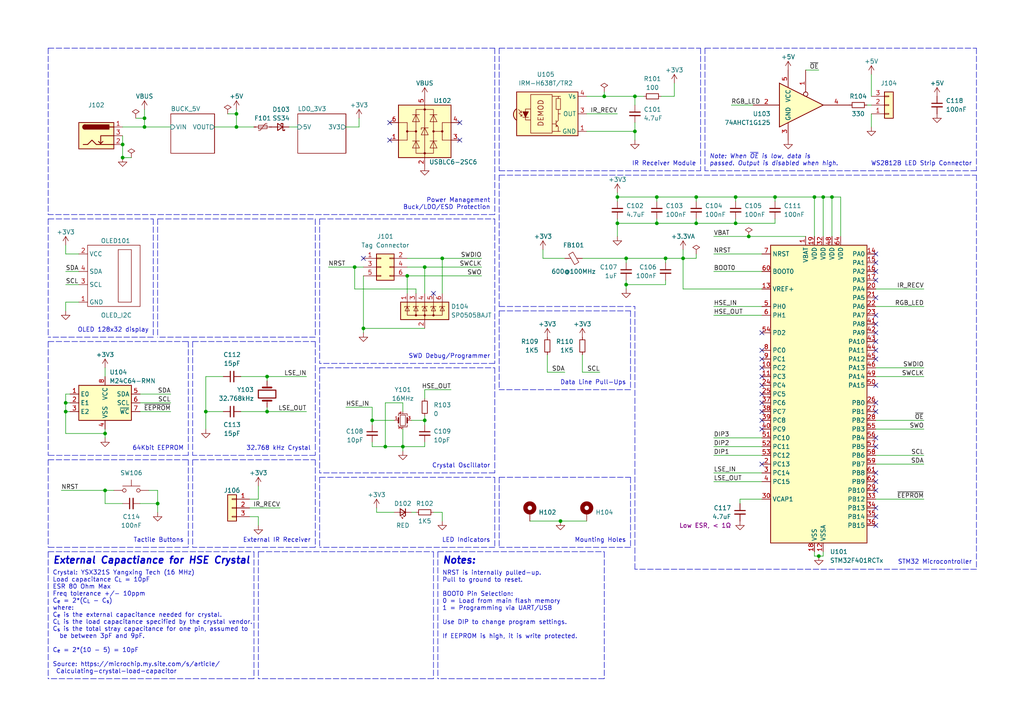
<source format=kicad_sch>
(kicad_sch (version 20230121) (generator eeschema)
  (paper "A4")
  (title_block (title "LED Strip Controller") (date "2023-07-10") (rev "A") (company "Butler's Lab") (comment 1 "Design By: Joshua Butler, MD, MHI"))
  (junction (at 30.48 125.73))
  (junction (at 19.05 116.84))
  (junction (at 241.3 57.15))
  (junction (at 118.11 80.01))
  (junction (at 162.56 151.13))
  (junction (at 236.22 57.15))
  (junction (at 35.56 41.91))
  (junction (at 30.48 142.24))
  (junction (at 45.72 146.05))
  (junction (at 59.69 119.38))
  (junction (at 123.19 121.92))
  (junction (at 190.5 64.77))
  (junction (at 68.58 33.02))
  (junction (at 201.93 57.15))
  (junction (at 184.15 27.94))
  (junction (at 102.87 77.47))
  (junction (at 213.36 64.77))
  (junction (at 19.05 119.38))
  (junction (at 123.19 77.47))
  (junction (at 111.76 129.54))
  (junction (at 77.47 109.22))
  (junction (at 217.17 68.58))
  (junction (at 179.07 57.15))
  (junction (at 193.04 74.93))
  (junction (at 181.61 74.93))
  (junction (at 198.12 74.93))
  (junction (at 181.61 82.55))
  (junction (at 35.56 45.72))
  (junction (at 190.5 57.15))
  (junction (at 213.36 57.15))
  (junction (at 224.79 57.15))
  (junction (at 184.15 38.1))
  (junction (at 175.26 27.94))
  (junction (at 179.07 64.77))
  (junction (at 201.93 64.77))
  (junction (at 238.76 57.15))
  (junction (at 128.27 74.93))
  (junction (at 41.91 36.83))
  (junction (at 77.47 119.38))
  (junction (at 68.58 36.83))
  (junction (at 237.49 161.29))
  (junction (at 41.91 34.29))
  (junction (at 105.41 95.25))
  (junction (at 116.84 129.54))
  (junction (at 107.95 121.92))
  (no_connect (at 254 137.16))
  (no_connect (at 254 147.32))
  (no_connect (at 113.03 35.56))
  (no_connect (at 220.98 109.22))
  (no_connect (at 254 127))
  (no_connect (at 220.98 106.68))
  (no_connect (at 254 111.76))
  (no_connect (at 254 101.6))
  (no_connect (at 220.98 96.52))
  (no_connect (at 254 149.86))
  (no_connect (at 254 76.2))
  (no_connect (at 220.98 111.76))
  (no_connect (at 220.98 101.6))
  (no_connect (at 254 142.24))
  (no_connect (at 254 81.28))
  (no_connect (at 125.73 85.09))
  (no_connect (at 254 99.06))
  (no_connect (at 220.98 116.84))
  (no_connect (at 220.98 119.38))
  (no_connect (at 220.98 114.3))
  (no_connect (at 254 152.4))
  (no_connect (at 220.98 121.92))
  (no_connect (at 254 91.44))
  (no_connect (at 254 93.98))
  (no_connect (at 133.35 35.56))
  (no_connect (at 105.41 74.93))
  (no_connect (at 220.98 104.14))
  (no_connect (at 254 73.66))
  (no_connect (at 254 96.52))
  (no_connect (at 254 129.54))
  (no_connect (at 220.98 134.62))
  (no_connect (at 254 119.38))
  (no_connect (at 254 139.7))
  (no_connect (at 254 104.14))
  (no_connect (at 254 116.84))
  (no_connect (at 113.03 40.64))
  (no_connect (at 254 86.36))
  (no_connect (at 133.35 40.64))
  (no_connect (at 254 78.74))
  (no_connect (at 220.98 124.46))
  (wire (pts (xy 19.05 125.73) (xy 30.48 125.73)))
  (wire (pts (xy 72.39 149.86) (xy 74.93 149.86)))
  (wire (pts (xy 252.73 21.59) (xy 252.73 27.94)))
  (polyline (pts (xy 175.26 196.85) (xy 127 196.85)) (stroke (width 0) (type dash)))
  (wire (pts (xy 77.47 109.22) (xy 77.47 110.49)))
  (wire (pts (xy 193.04 82.55) (xy 181.61 82.55)))
  (wire (pts (xy 41.91 36.83) (xy 49.53 36.83)))
  (wire (pts (xy 116.84 124.46) (xy 116.84 129.54)))
  (wire (pts (xy 35.56 146.05) (xy 30.48 146.05)))
  (wire (pts (xy 181.61 74.93) (xy 168.91 74.93)))
  (wire (pts (xy 252.73 33.02) (xy 252.73 36.83)))
  (wire (pts (xy 109.22 148.59) (xy 109.22 147.32)))
  (wire (pts (xy 69.85 109.22) (xy 77.47 109.22)))
  (wire (pts (xy 116.84 116.84) (xy 111.76 116.84)))
  (polyline (pts (xy 44.45 97.79) (xy 13.97 97.79)) (stroke (width 0) (type dash)))
  (polyline (pts (xy 144.78 138.43) (xy 182.88 138.43)) (stroke (width 0) (type dash)))
  (polyline (pts (xy 127 160.02) (xy 127 196.85)) (stroke (width 0) (type dash)))
  (wire (pts (xy 40.64 116.84) (xy 49.53 116.84)))
  (wire (pts (xy 116.84 119.38) (xy 116.84 116.84)))
  (wire (pts (xy 19.05 87.63) (xy 19.05 90.17)))
  (wire (pts (xy 128.27 151.13) (xy 128.27 148.59)))
  (wire (pts (xy 68.58 33.02) (xy 68.58 36.83)))
  (wire (pts (xy 201.93 74.93) (xy 198.12 74.93)))
  (wire (pts (xy 105.41 95.25) (xy 123.19 95.25)))
  (wire (pts (xy 179.07 58.42) (xy 179.07 57.15)))
  (wire (pts (xy 190.5 57.15) (xy 190.5 58.42)))
  (wire (pts (xy 107.95 129.54) (xy 111.76 129.54)))
  (polyline (pts (xy 91.44 158.75) (xy 55.88 158.75)) (stroke (width 0) (type dash)))
  (wire (pts (xy 181.61 81.28) (xy 181.61 82.55)))
  (wire (pts (xy 212.09 30.48) (xy 218.44 30.48)))
  (polyline (pts (xy 74.93 160.02) (xy 125.73 160.02)) (stroke (width 0) (type dash)))
  (wire (pts (xy 104.14 34.29) (xy 104.14 36.83)))
  (polyline (pts (xy 91.44 99.06) (xy 91.44 132.08)) (stroke (width 0) (type dash)))
  (wire (pts (xy 224.79 63.5) (xy 224.79 64.77)))
  (polyline (pts (xy 144.78 138.43) (xy 144.78 158.75)) (stroke (width 0) (type dash)))
  (wire (pts (xy 179.07 55.88) (xy 179.07 57.15)))
  (wire (pts (xy 213.36 64.77) (xy 213.36 63.5)))
  (wire (pts (xy 30.48 125.73) (xy 30.48 124.46)))
  (wire (pts (xy 207.01 88.9) (xy 220.98 88.9)))
  (wire (pts (xy 19.05 119.38) (xy 20.32 119.38)))
  (wire (pts (xy 236.22 160.02) (xy 236.22 161.29)))
  (wire (pts (xy 158.75 102.87) (xy 158.75 107.95)))
  (wire (pts (xy 207.01 129.54) (xy 220.98 129.54)))
  (polyline (pts (xy 13.97 133.35) (xy 13.97 158.75)) (stroke (width 0) (type dash)))
  (polyline (pts (xy 204.47 13.97) (xy 204.47 49.53)) (stroke (width 0) (type dash)))
  (polyline (pts (xy 182.88 138.43) (xy 182.88 158.75)) (stroke (width 0) (type dash)))
  (wire (pts (xy 123.19 113.03) (xy 123.19 115.57)))
  (polyline (pts (xy 13.97 13.97) (xy 143.51 13.97)) (stroke (width 0) (type dash)))
  (polyline (pts (xy 92.71 106.68) (xy 92.71 137.16)) (stroke (width 0) (type dash)))
  (polyline (pts (xy 283.21 165.1) (xy 184.15 165.1)) (stroke (width 0) (type dash)))
  (polyline (pts (xy 92.71 138.43) (xy 92.71 158.75)) (stroke (width 0) (type dash)))
  (wire (pts (xy 107.95 129.54) (xy 107.95 128.27)))
  (polyline (pts (xy 144.78 13.97) (xy 144.78 49.53)) (stroke (width 0) (type dash)))
  (wire (pts (xy 175.26 27.94) (xy 184.15 27.94)))
  (wire (pts (xy 238.76 57.15) (xy 241.3 57.15)))
  (wire (pts (xy 236.22 57.15) (xy 236.22 68.58)))
  (polyline (pts (xy 74.93 160.02) (xy 74.93 196.85)) (stroke (width 0) (type dash)))
  (wire (pts (xy 17.78 142.24) (xy 30.48 142.24)))
  (wire (pts (xy 39.37 34.29) (xy 41.91 34.29)))
  (wire (pts (xy 213.36 57.15) (xy 213.36 58.42)))
  (wire (pts (xy 102.87 83.82) (xy 120.65 83.82)))
  (polyline (pts (xy 54.61 158.75) (xy 13.97 158.75)) (stroke (width 0) (type dash)))
  (polyline (pts (xy 13.97 13.97) (xy 13.97 62.23)) (stroke (width 0) (type dash)))
  (wire (pts (xy 158.75 107.95) (xy 163.83 107.95)))
  (wire (pts (xy 77.47 118.11) (xy 77.47 119.38)))
  (polyline (pts (xy 55.88 99.06) (xy 55.88 132.08)) (stroke (width 0) (type dash)))
  (polyline (pts (xy 13.97 160.02) (xy 73.66 160.02)) (stroke (width 0) (type dash)))
  (wire (pts (xy 201.93 57.15) (xy 201.93 58.42)))
  (polyline (pts (xy 125.73 160.02) (xy 125.73 196.85)) (stroke (width 0) (type dash)))
  (wire (pts (xy 59.69 119.38) (xy 59.69 124.46)))
  (polyline (pts (xy 92.71 138.43) (xy 143.51 138.43)) (stroke (width 0) (type dash)))
  (polyline (pts (xy 182.88 113.03) (xy 144.78 113.03)) (stroke (width 0) (type dash)))
  (wire (pts (xy 128.27 148.59) (xy 125.73 148.59)))
  (polyline (pts (xy 143.51 137.16) (xy 92.71 137.16)) (stroke (width 0) (type dash)))
  (wire (pts (xy 175.26 26.67) (xy 175.26 27.94)))
  (wire (pts (xy 238.76 161.29) (xy 237.49 161.29)))
  (wire (pts (xy 64.77 109.22) (xy 59.69 109.22)))
  (wire (pts (xy 267.97 124.46) (xy 254 124.46)))
  (wire (pts (xy 100.33 118.11) (xy 107.95 118.11)))
  (polyline (pts (xy 203.2 13.97) (xy 203.2 49.53)) (stroke (width 0) (type dash)))
  (wire (pts (xy 123.19 129.54) (xy 123.19 128.27)))
  (wire (pts (xy 30.48 106.68) (xy 30.48 109.22)))
  (wire (pts (xy 120.65 83.82) (xy 120.65 85.09)))
  (wire (pts (xy 267.97 83.82) (xy 254 83.82)))
  (polyline (pts (xy 144.78 50.8) (xy 283.21 50.8)) (stroke (width 0) (type dash)))
  (polyline (pts (xy 184.15 165.1) (xy 184.15 88.9)) (stroke (width 0) (type dash)))
  (wire (pts (xy 104.14 36.83) (xy 100.33 36.83)))
  (wire (pts (xy 118.11 74.93) (xy 128.27 74.93)))
  (wire (pts (xy 184.15 30.48) (xy 184.15 27.94)))
  (wire (pts (xy 95.25 77.47) (xy 102.87 77.47)))
  (wire (pts (xy 179.07 57.15) (xy 190.5 57.15)))
  (polyline (pts (xy 13.97 99.06) (xy 13.97 132.08)) (stroke (width 0) (type dash)))
  (wire (pts (xy 45.72 146.05) (xy 45.72 148.59)))
  (polyline (pts (xy 125.73 196.85) (xy 74.93 196.85)) (stroke (width 0) (type dash)))
  (wire (pts (xy 118.11 80.01) (xy 118.11 85.09)))
  (wire (pts (xy 19.05 116.84) (xy 20.32 116.84)))
  (wire (pts (xy 40.64 119.38) (xy 49.53 119.38)))
  (wire (pts (xy 45.72 142.24) (xy 45.72 146.05)))
  (polyline (pts (xy 143.51 105.41) (xy 92.71 105.41)) (stroke (width 0) (type dash)))
  (wire (pts (xy 162.56 151.13) (xy 170.18 151.13)))
  (polyline (pts (xy 54.61 132.08) (xy 13.97 132.08)) (stroke (width 0) (type dash)))
  (wire (pts (xy 107.95 121.92) (xy 114.3 121.92)))
  (wire (pts (xy 123.19 123.19) (xy 123.19 121.92)))
  (wire (pts (xy 224.79 57.15) (xy 236.22 57.15)))
  (wire (pts (xy 190.5 64.77) (xy 201.93 64.77)))
  (polyline (pts (xy 91.44 132.08) (xy 55.88 132.08)) (stroke (width 0) (type dash)))
  (wire (pts (xy 123.19 113.03) (xy 130.81 113.03)))
  (wire (pts (xy 179.07 68.58) (xy 179.07 64.77)))
  (polyline (pts (xy 143.51 138.43) (xy 143.51 158.75)) (stroke (width 0) (type dash)))
  (wire (pts (xy 214.63 144.78) (xy 214.63 146.05)))
  (polyline (pts (xy 144.78 90.17) (xy 144.78 113.03)) (stroke (width 0) (type dash)))
  (wire (pts (xy 190.5 63.5) (xy 190.5 64.77)))
  (wire (pts (xy 193.04 76.2) (xy 193.04 74.93)))
  (wire (pts (xy 170.18 33.02) (xy 179.07 33.02)))
  (wire (pts (xy 254 106.68) (xy 267.97 106.68)))
  (wire (pts (xy 254 88.9) (xy 267.97 88.9)))
  (polyline (pts (xy 143.51 62.23) (xy 13.97 62.23)) (stroke (width 0) (type dash)))
  (wire (pts (xy 35.56 41.91) (xy 35.56 45.72)))
  (wire (pts (xy 252.73 30.48) (xy 251.46 30.48)))
  (wire (pts (xy 238.76 160.02) (xy 238.76 161.29)))
  (wire (pts (xy 201.93 64.77) (xy 213.36 64.77)))
  (polyline (pts (xy 55.88 99.06) (xy 91.44 99.06)) (stroke (width 0) (type dash)))
  (polyline (pts (xy 73.66 196.85) (xy 13.97 196.85)) (stroke (width 0) (type dash)))
  (wire (pts (xy 236.22 57.15) (xy 238.76 57.15)))
  (wire (pts (xy 30.48 142.24) (xy 33.02 142.24)))
  (wire (pts (xy 41.91 31.75) (xy 41.91 34.29)))
  (wire (pts (xy 19.05 82.55) (xy 22.86 82.55)))
  (wire (pts (xy 179.07 64.77) (xy 190.5 64.77)))
  (wire (pts (xy 243.84 57.15) (xy 241.3 57.15)))
  (polyline (pts (xy 182.88 90.17) (xy 182.88 113.03)) (stroke (width 0) (type dash)))
  (wire (pts (xy 116.84 130.81) (xy 116.84 129.54)))
  (wire (pts (xy 170.18 27.94) (xy 175.26 27.94)))
  (wire (pts (xy 59.69 119.38) (xy 64.77 119.38)))
  (wire (pts (xy 207.01 78.74) (xy 220.98 78.74)))
  (wire (pts (xy 19.05 119.38) (xy 19.05 125.73)))
  (wire (pts (xy 267.97 144.78) (xy 254 144.78)))
  (wire (pts (xy 22.86 87.63) (xy 19.05 87.63)))
  (polyline (pts (xy 91.44 97.79) (xy 45.72 97.79)) (stroke (width 0) (type dash)))
  (polyline (pts (xy 73.66 160.02) (xy 73.66 196.85)) (stroke (width 0) (type dash)))
  (polyline (pts (xy 127 160.02) (xy 175.26 160.02)) (stroke (width 0) (type dash)))
  (wire (pts (xy 195.58 24.13) (xy 195.58 27.94)))
  (wire (pts (xy 168.91 107.95) (xy 173.99 107.95)))
  (polyline (pts (xy 144.78 13.97) (xy 203.2 13.97)) (stroke (width 0) (type dash)))
  (wire (pts (xy 254 134.62) (xy 267.97 134.62)))
  (wire (pts (xy 59.69 109.22) (xy 59.69 119.38)))
  (wire (pts (xy 243.84 68.58) (xy 243.84 57.15)))
  (wire (pts (xy 72.39 144.78) (xy 74.93 144.78)))
  (wire (pts (xy 68.58 31.75) (xy 68.58 33.02)))
  (wire (pts (xy 128.27 74.93) (xy 139.7 74.93)))
  (wire (pts (xy 74.93 144.78) (xy 74.93 140.97)))
  (wire (pts (xy 40.64 146.05) (xy 45.72 146.05)))
  (polyline (pts (xy 283.21 49.53) (xy 204.47 49.53)) (stroke (width 0) (type dash)))
  (wire (pts (xy 190.5 57.15) (xy 201.93 57.15)))
  (wire (pts (xy 267.97 121.92) (xy 254 121.92)))
  (wire (pts (xy 236.22 161.29) (xy 237.49 161.29)))
  (polyline (pts (xy 13.97 133.35) (xy 54.61 133.35)) (stroke (width 0) (type dash)))
  (wire (pts (xy 224.79 64.77) (xy 213.36 64.77)))
  (wire (pts (xy 119.38 121.92) (xy 123.19 121.92)))
  (polyline (pts (xy 54.61 133.35) (xy 54.61 158.75)) (stroke (width 0) (type dash)))
  (wire (pts (xy 66.04 33.02) (xy 68.58 33.02)))
  (polyline (pts (xy 144.78 49.53) (xy 203.2 49.53)) (stroke (width 0) (type dash)))
  (wire (pts (xy 19.05 73.66) (xy 19.05 71.12)))
  (wire (pts (xy 30.48 125.73) (xy 30.48 127)))
  (wire (pts (xy 123.19 120.65) (xy 123.19 121.92)))
  (wire (pts (xy 238.76 57.15) (xy 238.76 68.58)))
  (wire (pts (xy 201.93 57.15) (xy 213.36 57.15)))
  (wire (pts (xy 254 109.22) (xy 267.97 109.22)))
  (polyline (pts (xy 13.97 160.02) (xy 13.97 196.85)) (stroke (width 0) (type dash)))
  (wire (pts (xy 83.82 36.83) (xy 86.36 36.83)))
  (wire (pts (xy 241.3 57.15) (xy 241.3 68.58)))
  (polyline (pts (xy 92.71 63.5) (xy 143.51 63.5)) (stroke (width 0) (type dash)))
  (wire (pts (xy 40.64 114.3) (xy 49.53 114.3)))
  (wire (pts (xy 35.56 45.72) (xy 38.1 45.72)))
  (wire (pts (xy 118.11 77.47) (xy 123.19 77.47)))
  (polyline (pts (xy 143.51 158.75) (xy 92.71 158.75)) (stroke (width 0) (type dash)))
  (wire (pts (xy 195.58 27.94) (xy 191.77 27.94)))
  (polyline (pts (xy 44.45 63.5) (xy 44.45 97.79)) (stroke (width 0) (type dash)))
  (polyline (pts (xy 45.72 63.5) (xy 45.72 97.79)) (stroke (width 0) (type dash)))
  (polyline (pts (xy 182.88 158.75) (xy 144.78 158.75)) (stroke (width 0) (type dash)))
  (wire (pts (xy 72.39 147.32) (xy 81.28 147.32)))
  (wire (pts (xy 207.01 68.58) (xy 217.17 68.58)))
  (wire (pts (xy 22.86 73.66) (xy 19.05 73.66)))
  (wire (pts (xy 207.01 137.16) (xy 220.98 137.16)))
  (wire (pts (xy 220.98 144.78) (xy 214.63 144.78)))
  (wire (pts (xy 157.48 74.93) (xy 163.83 74.93)))
  (wire (pts (xy 68.58 36.83) (xy 73.66 36.83)))
  (wire (pts (xy 118.11 80.01) (xy 139.7 80.01)))
  (wire (pts (xy 207.01 127) (xy 220.98 127)))
  (polyline (pts (xy 91.44 133.35) (xy 91.44 158.75)) (stroke (width 0) (type dash)))
  (polyline (pts (xy 283.21 13.97) (xy 283.21 49.53)) (stroke (width 0) (type dash)))
  (wire (pts (xy 207.01 91.44) (xy 220.98 91.44)))
  (polyline (pts (xy 143.51 106.68) (xy 143.51 137.16)) (stroke (width 0) (type dash)))
  (wire (pts (xy 74.93 149.86) (xy 74.93 152.4)))
  (wire (pts (xy 213.36 57.15) (xy 224.79 57.15)))
  (wire (pts (xy 128.27 74.93) (xy 128.27 85.09)))
  (polyline (pts (xy 144.78 90.17) (xy 182.88 90.17)) (stroke (width 0) (type dash)))
  (wire (pts (xy 198.12 83.82) (xy 198.12 74.93)))
  (wire (pts (xy 19.05 114.3) (xy 19.05 116.84)))
  (wire (pts (xy 123.19 77.47) (xy 139.7 77.47)))
  (polyline (pts (xy 55.88 133.35) (xy 91.44 133.35)) (stroke (width 0) (type dash)))
  (polyline (pts (xy 144.78 50.8) (xy 144.78 88.9)) (stroke (width 0) (type dash)))
  (wire (pts (xy 19.05 78.74) (xy 22.86 78.74)))
  (polyline (pts (xy 54.61 99.06) (xy 54.61 132.08)) (stroke (width 0) (type dash)))
  (wire (pts (xy 119.38 148.59) (xy 120.65 148.59)))
  (polyline (pts (xy 175.26 160.02) (xy 175.26 196.85)) (stroke (width 0) (type dash)))
  (wire (pts (xy 198.12 72.39) (xy 198.12 74.93)))
  (wire (pts (xy 107.95 118.11) (xy 107.95 121.92)))
  (polyline (pts (xy 45.72 63.5) (xy 91.44 63.5)) (stroke (width 0) (type dash)))
  (wire (pts (xy 181.61 76.2) (xy 181.61 74.93)))
  (polyline (pts (xy 283.21 50.8) (xy 283.21 165.1)) (stroke (width 0) (type dash)))
  (wire (pts (xy 19.05 116.84) (xy 19.05 119.38)))
  (wire (pts (xy 193.04 81.28) (xy 193.04 82.55)))
  (wire (pts (xy 184.15 38.1) (xy 184.15 40.64)))
  (wire (pts (xy 43.18 142.24) (xy 45.72 142.24)))
  (wire (pts (xy 41.91 34.29) (xy 41.91 36.83)))
  (wire (pts (xy 220.98 83.82) (xy 198.12 83.82)))
  (wire (pts (xy 254 132.08) (xy 267.97 132.08)))
  (wire (pts (xy 62.23 36.83) (xy 68.58 36.83)))
  (wire (pts (xy 109.22 148.59) (xy 114.3 148.59)))
  (wire (pts (xy 217.17 68.58) (xy 233.68 68.58)))
  (wire (pts (xy 207.01 132.08) (xy 220.98 132.08)))
  (polyline (pts (xy 55.88 133.35) (xy 55.88 158.75)) (stroke (width 0) (type dash)))
  (wire (pts (xy 201.93 74.93) (xy 201.93 73.66)))
  (wire (pts (xy 184.15 35.56) (xy 184.15 38.1)))
  (wire (pts (xy 157.48 72.39) (xy 157.48 74.93)))
  (wire (pts (xy 69.85 119.38) (xy 77.47 119.38)))
  (wire (pts (xy 102.87 83.82) (xy 102.87 77.47)))
  (polyline (pts (xy 143.51 13.97) (xy 143.51 62.23)) (stroke (width 0) (type dash)))
  (wire (pts (xy 179.07 63.5) (xy 179.07 64.77)))
  (wire (pts (xy 111.76 129.54) (xy 116.84 129.54)))
  (wire (pts (xy 207.01 139.7) (xy 220.98 139.7)))
  (wire (pts (xy 35.56 36.83) (xy 41.91 36.83)))
  (polyline (pts (xy 92.71 106.68) (xy 143.51 106.68)) (stroke (width 0) (type dash)))
  (polyline (pts (xy 143.51 63.5) (xy 143.51 105.41)) (stroke (width 0) (type dash)))
  (wire (pts (xy 168.91 102.87) (xy 168.91 107.95)))
  (wire (pts (xy 35.56 39.37) (xy 35.56 41.91)))
  (wire (pts (xy 77.47 109.22) (xy 88.9 109.22)))
  (polyline (pts (xy 13.97 63.5) (xy 44.45 63.5)) (stroke (width 0) (type dash)))
  (wire (pts (xy 201.93 64.77) (xy 201.93 63.5)))
  (polyline (pts (xy 204.47 13.97) (xy 283.21 13.97)) (stroke (width 0) (type dash)))
  (polyline (pts (xy 13.97 63.5) (xy 13.97 97.79)) (stroke (width 0) (type dash)))
  (polyline (pts (xy 13.97 99.06) (xy 54.61 99.06)) (stroke (width 0) (type dash)))
  (wire (pts (xy 193.04 74.93) (xy 181.61 74.93)))
  (wire (pts (xy 77.47 119.38) (xy 88.9 119.38)))
  (wire (pts (xy 181.61 82.55) (xy 181.61 83.82)))
  (wire (pts (xy 105.41 80.01) (xy 105.41 95.25)))
  (wire (pts (xy 184.15 38.1) (xy 170.18 38.1)))
  (wire (pts (xy 116.84 129.54) (xy 123.19 129.54)))
  (wire (pts (xy 123.19 77.47) (xy 123.19 85.09)))
  (wire (pts (xy 105.41 95.25) (xy 105.41 96.52)))
  (wire (pts (xy 107.95 123.19) (xy 107.95 121.92)))
  (wire (pts (xy 162.56 151.13) (xy 153.67 151.13)))
  (polyline (pts (xy 91.44 63.5) (xy 91.44 97.79)) (stroke (width 0) (type dash)))
  (wire (pts (xy 111.76 116.84) (xy 111.76 129.54)))
  (wire (pts (xy 198.12 74.93) (xy 193.04 74.93)))
  (wire (pts (xy 233.68 20.32) (xy 237.49 20.32)))
  (wire (pts (xy 102.87 77.47) (xy 105.41 77.47)))
  (wire (pts (xy 184.15 27.94) (xy 186.69 27.94)))
  (wire (pts (xy 19.05 114.3) (xy 20.32 114.3)))
  (wire (pts (xy 30.48 146.05) (xy 30.48 142.24)))
  (polyline (pts (xy 92.71 63.5) (xy 92.71 105.41)) (stroke (width 0) (type dash)))
  (wire (pts (xy 207.01 73.66) (xy 220.98 73.66)))
  (wire (pts (xy 224.79 57.15) (xy 224.79 58.42)))
  (polyline (pts (xy 144.78 88.9) (xy 184.15 88.9)) (stroke (width 0) (type dash)))
  (text "64Kbit EEPROM" (at 53.34 130.81 0) (effects (font (size 1.27 1.27)) (justify right bottom)))
  (text "32.768 kHz Crystal" (at 90.17 130.81 0) (effects (font (size 1.27 1.27)) (justify right bottom)))
  (text "STM32 Microcontroller" (at 281.94 163.83 0) (effects (font (size 1.27 1.27)) (justify right bottom)))
  (text "External Capactiance for HSE Crystal" (at 15.24 163.83 0) (effects (font (size 2 2) (thickness 0.4) bold italic) (justify left bottom)))
  (text "SWD Debug/Programmer" (at 142.24 104.14 0) (effects (font (size 1.27 1.27)) (justify right bottom)))
  (text "NRST is internally pulled-up.\nPull to ground to reset.\n\nBOOT0 Pin Selection:\n0 = Load from main flash memory\n1 = Programming via UART/USB\n\nUse DIP to change program settings.\n\nIf EEPROM is high, it is write protected." (at 128.27 185.42 0) (effects (font (size 1.27 1.27)) (justify left bottom)))
  (text "Crystal Oscillator" (at 142.24 135.89 0) (effects (font (size 1.27 1.27)) (justify right bottom)))
  (text "Power Management\nBuck/LDO/ESD Protection" (at 142.24 60.96 0) (effects (font (size 1.27 1.27)) (justify right bottom)))
  (text "Notes:" (at 128.27 163.83 0) (effects (font (size 2 2) (thickness 0.4) bold italic) (justify left bottom)))
  (text "Note: When ~{OE} is low, data is\npassed. Output is disabled when high." (at 205.74 48.26 0) (effects (font (size 1.27 1.27) italic) (justify left bottom)))
  (text "External IR Receiver" (at 90.17 157.48 0) (effects (font (size 1.27 1.27)) (justify right bottom)))
  (text "Mounting Holes" (at 181.61 157.48 0) (effects (font (size 1.27 1.27)) (justify right bottom)))
  (text "LED Indicators" (at 142.24 157.48 0) (effects (font (size 1.27 1.27)) (justify right bottom)))
  (text "OLED 128x32 display" (at 43.18 96.52 0) (effects (font (size 1.27 1.27)) (justify right bottom)))
  (text "WS2812B LED Strip Connector" (at 281.94 48.26 0) (effects (font (size 1.27 1.27)) (justify right bottom)))
  (text "IR Receiver Module" (at 201.93 48.26 0) (effects (font (size 1.27 1.27)) (justify right bottom)))
  (text "Data Line Pull-Ups" (at 181.61 111.76 0) (effects (font (size 1.27 1.27)) (justify right bottom)))
  (text "Tactile Buttons" (at 53.34 157.48 0) (effects (font (size 1.27 1.27)) (justify right bottom)))
  (text "Crystal: YSX321S Yangxing Tech (16 MHz)\nLoad capacitance C_{L} = 10pF\nESR 80 Ohm Max\nFreq tolerance +/- 10ppm\nC_{e} = 2*(C_{L} - C_{s})\nwhere:\nC_{e} is the external capacitance needed for crystal.\nC_{L} is the load capacitance specified by the crystal vendor.\nC_{s} is the total stray capacitance for one pin, assumed to\n  be between 3pF and 9pF.\n\nC_{e} = 2*(10 - 5) = 10pF\n\nSource: https://microchip.my.site.com/s/article/\n Calculating-crystal-load-capacitor" (at 15.24 195.58 0) (effects (font (size 1.27 1.27)) (justify left bottom)))
  (label "IR_RECV" (at 179.07 33.02 180))
  (label "BOOT0" (at 207.01 78.74 0))
  (label "SWO" (at 267.97 124.46 180))
  (label "SWDIO" (at 139.7 74.93 180))
  (label "SCL" (at 19.05 82.55 0))
  (label "NRST" (at 17.78 142.24 0))
  (label "IR_RECV" (at 81.28 147.32 180))
  (label "SDA" (at 267.97 134.62 180))
  (label "LSE_OUT" (at 88.9 119.38 180))
  (label "HSE_OUT" (at 130.81 113.03 180))
  (label "LSE_IN" (at 207.01 137.16 0))
  (label "LSE_IN" (at 88.9 109.22 180))
  (label "~{EEPROM}" (at 267.97 144.78 180))
  (label "LSE_OUT" (at 207.01 139.7 0))
  (label "RGB_LED" (at 267.97 88.9 180))
  (label "SWCLK" (at 267.97 109.22 180))
  (label "HSE_IN" (at 100.33 118.11 0))
  (label "SCL" (at 267.97 132.08 180))
  (label "SCL" (at 173.99 107.95 180))
  (label "SDA" (at 49.53 114.3 180))
  (label "NRST" (at 207.01 73.66 0))
  (label "DIP1" (at 207.01 132.08 0))
  (label "SWCLK" (at 139.7 77.47 180))
  (label "NRST" (at 95.25 77.47 0))
  (label "SDA" (at 19.05 78.74 0))
  (label "IR_RECV" (at 267.97 83.82 180))
  (label "DIP3" (at 207.01 127 0))
  (label "~{EEPROM}" (at 49.53 119.38 180))
  (label "SWO" (at 139.7 80.01 180))
  (label "SDA" (at 163.83 107.95 180))
  (label "HSE_IN" (at 207.01 88.9 0))
  (label "~{OE}" (at 267.97 121.92 180))
  (label "SCL" (at 49.53 116.84 180))
  (label "SWDIO" (at 267.97 106.68 180))
  (label "~{OE}" (at 237.49 20.32 180))
  (label "DIP2" (at 207.01 129.54 0))
  (label "HSE_OUT" (at 207.01 91.44 0))
  (label "VBAT" (at 207.01 68.58 0))
  (label "RGB_LED" (at 212.09 30.48 0))
  (symbol (lib_id "power:GND") (at 237.49 161.29 0) (unit 1)
    (property "Reference" "#PWR0128" (effects hide))
    (property "Value" "GND" (effects hide))
  )
  (symbol (lib_id "power:GND") (at 105.41 96.52 0) (unit 1)
    (property "Reference" "#PWR0111" (effects hide))
    (property "Value" "GND" (effects hide))
  )
  (symbol (lib_id "Device:R_Small") (at 123.19 148.59 90) (unit 1)
    (property "Reference" "R102" (at 123.19 146.05 90))
    (property "Value" "1K5" (at 123.19 151.13 90))
    (property "Footprint" "Resistor_SMD:R_0603_1608Metric" (effects hide))
    (property "LCSC" "C22843" (effects hide))
  )
  (symbol (lib_id "Device:Crystal_GND24_Small") (at 116.84 121.92 0) (unit 1)
    (property "Reference" "Y101" (at 116.84 113.03 0))
    (property "Value" "16MHz" (at 116.84 115.57 0))
    (property "Footprint" "Crystal:Crystal_SMD_3225-4Pin_3.2x2.5mm" (effects hide))
    (property "Datasheet" "https://datasheet.lcsc.com/lcsc/2103291133_Yangxing-Tech-X322516MLB4SI_C13738.pdf" (effects hide))
    (property "LCSC" "C13738" (effects hide))
  )
  (symbol (lib_id "Device:R_Small") (at 158.75 100.33 0) (mirror x) (unit 1)
    (property "Reference" "R109" (at 156.21 99.06 0) (effects (justify right)))
    (property "Value" "1K5" (at 156.21 101.6 0) (effects (justify right)))
    (property "Footprint" "Resistor_SMD:R_0603_1608Metric" (effects hide))
    (property "LCSC" "C22843" (effects hide))
  )
  (symbol (lib_id "Device:C_Small") (at 224.79 60.96 0) (unit 1)
    (property "Reference" "C111" (at 227.33 59.69 0) (effects (justify left)))
    (property "Value" "100nF" (at 227.33 62.23 0) (effects (justify left)))
    (property "Footprint" "Capacitor_SMD:C_0603_1608Metric" (effects hide))
    (property "LCSC" "C14663" (effects hide))
  )
  (symbol (lib_id "Switch:SW_Push") (at 38.1 142.24 0) (unit 1)
    (property "Reference" "SW106" (at 38.1 137.16 0))
    (property "Value" "SW_Push" (effects hide))
    (property "Footprint" "User_Footprint:XKB-Connectivity-TS-1187A-B-A-B" (effects hide))
    (property "LCSC" "C318884" (effects hide))
  )
  (symbol (lib_id "power:VBUS") (at 41.91 31.75 0) (unit 1)
    (property "Reference" "#PWR0101" (effects hide))
    (property "Value" "VBUS" (at 41.91 27.94 0))
  )
  (symbol (lib_id "power:+3V3") (at 179.07 55.88 0) (unit 1)
    (property "Reference" "#PWR0112" (effects hide))
    (property "Value" "+3V3" (at 179.07 52.07 0))
  )
  (symbol (lib_id "power:GND") (at 184.15 40.64 0) (unit 1)
    (property "Reference" "#PWR04" (effects hide))
    (property "Value" "GND" (effects hide))
  )
  (symbol (lib_id "power:+3.3VA") (at 198.12 72.39 0) (mirror y) (unit 1)
    (property "Reference" "#PWR0113" (effects hide))
    (property "Value" "+3.3VA" (at 198.12 68.58 0))
  )
  (symbol (lib_id "power:GND") (at 116.84 130.81 0) (unit 1)
    (property "Reference" "#PWR0121" (effects hide))
    (property "Value" "GND" (effects hide))
  )
  (symbol (lib_id "Device:C_Small") (at 201.93 60.96 0) (unit 1)
    (property "Reference" "C104" (at 204.47 59.69 0) (effects (justify left)))
    (property "Value" "100nF" (at 204.47 62.23 0) (effects (justify left)))
    (property "Footprint" "Capacitor_SMD:C_0603_1608Metric" (effects hide))
    (property "LCSC" "C14663" (effects hide))
  )
  (symbol (lib_id "power:GND") (at 19.05 90.17 0) (unit 1)
    (property "Reference" "#PWR0126" (effects hide))
    (property "Value" "GND" (effects hide))
  )
  (symbol (lib_id "power:+3V3") (at 104.14 34.29 0) (unit 1)
    (property "Reference" "#PWR0105" (effects hide))
    (property "Value" "+3V3" (at 104.14 30.48 0))
  )
  (symbol (lib_id "power:+3V3") (at 30.48 106.68 0) (unit 1)
    (property "Reference" "#PWR0145" (effects hide))
    (property "Value" "+3V3" (at 30.48 102.87 0))
  )
  (symbol (lib_id "power:PWR_FLAG") (at 175.26 26.67 0) (unit 1)
    (property "Reference" "#FLG0104" (effects hide))
    (property "Value" "PWR_FLAG" (effects hide))
  )
  (symbol (lib_id "Device:C_Small") (at 193.04 78.74 0) (mirror y) (unit 1)
    (property "Reference" "C106" (at 190.5 77.47 0) (effects (justify left)))
    (property "Value" "100nF" (at 190.5 80.01 0) (effects (justify left)))
    (property "Footprint" "Capacitor_SMD:C_0603_1608Metric" (effects hide))
    (property "LCSC" "C14663" (effects hide))
  )
  (symbol (lib_id "power:+3V3") (at 74.93 140.97 0) (unit 1)
    (property "Reference" "#PWR0122" (effects hide))
    (property "Value" "+3V3" (at 74.93 137.16 0))
  )
  (symbol (lib_id "power:PWR_FLAG") (at 217.17 68.58 0) (unit 1)
    (property "Reference" "#FLG0102" (effects hide))
    (property "Value" "PWR_FLAG" (effects hide))
  )
  (symbol (lib_id "User Symbols:IRM-H638T/TR2") (at 160.02 33.02 0) (unit 1)
    (property "Reference" "U105" (at 158.285 21.59 0))
    (property "Value" "IRM-H638T/TR2" (at 158.285 24.13 0))
    (property "Footprint" "User_Footprint:Everlight_IRM-H638T-TR2" (effects hide))
    (property "Datasheet" "https://datasheet.lcsc.com/lcsc/1810121714_Everlight-Elec-IRM-H638T-TR2_C91447.pdf" (effects hide))
    (property "LCSC" "C91447" (effects hide))
  )
  (symbol (lib_id "Device:Crystal") (at 77.47 114.3 270) (mirror x) (unit 1)
    (property "Reference" "Y103" (at 73.66 113.03 90) (effects (justify right)))
    (property "Value" "32.768kHz" (at 73.66 115.57 90) (effects (justify right)))
    (property "Footprint" "Crystal:Crystal_SMD_3215-2Pin_3.2x1.5mm" (effects hide))
    (property "LCSC" "C32346" (effects hide))
  )
  (symbol (lib_id "Device:D_Schottky_Small") (at 81.28 36.83 180) (unit 1)
    (property "Reference" "D103" (at 81.534 31.75 0))
    (property "Value" "SS34" (at 81.534 34.29 0))
    (property "Footprint" "Diode_SMD:D_SMA" (effects hide))
    (property "Datasheet" "https://datasheet.lcsc.com/lcsc/2303141100_MDD-Microdiode-Electronics--SS34_C8678.pdf" (effects hide))
    (property "LCSC" "C8678" (effects hide))
  )
  (symbol (lib_id "Device:LED_Small") (at 116.84 148.59 180) (unit 1)
    (property "Reference" "D102" (at 116.84 146.05 0))
    (property "Value" "RED" (at 116.84 152.4 0))
    (property "Footprint" "LED_SMD:LED_0603_1608Metric" (effects hide))
    (property "LCSC" "C2286" (effects hide))
  )
  (symbol (lib_id "power:GND") (at 45.72 148.59 0) (unit 1)
    (property "Reference" "#PWR0129" (effects hide))
    (property "Value" "GND" (effects hide))
  )
  (symbol (lib_id "Power_Protection:USBLC6-2SC6") (at 123.19 38.1 0) (unit 1)
    (property "Reference" "U102" (at 125.73 29.21 0) (effects (justify left)))
    (property "Value" "USBLC6-2SC6" (at 124.46 46.99 0) (effects (justify left)))
    (property "Footprint" "Package_TO_SOT_SMD:SOT-23-6" (effects hide))
    (property "Datasheet" "https://www.st.com/resource/en/datasheet/usblc6-2.pdf" (effects hide))
    (property "LCSC" "C5261088" (effects hide))
  )
  (symbol (lib_id "Device:Polyfuse_Small") (at 76.2 36.83 90) (unit 1)
    (property "Reference" "F101" (at 76.2 34.29 90))
    (property "Value" "Polyfuse_Small" (effects hide))
    (property "Footprint" "Fuse:Fuse_1206_3216Metric" (effects hide))
    (property "LCSC" "C883131" (effects hide))
  )
  (symbol (lib_id "power:VBUS") (at 123.19 27.94 0) (unit 1)
    (property "Reference" "#PWR0110" (effects hide))
    (property "Value" "VBUS" (at 123.19 24.13 0))
  )
  (symbol (lib_id "power:GND") (at 252.73 36.83 0) (mirror y) (unit 1)
    (property "Reference" "#PWR0127" (effects hide))
    (property "Value" "GND" (effects hide))
  )
  (symbol (lib_id "power:PWR_FLAG") (at 38.1 45.72 0) (unit 1)
    (property "Reference" "#FLG02" (effects hide))
    (property "Value" "PWR_FLAG" (effects hide))
  )
  (symbol (lib_id "74xGxx:74AHCT1G125") (at 233.68 30.48 0) (unit 1)
    (property "Reference" "U103" (at 223.52 33.02 0) (effects (justify right)))
    (property "Value" "74AHCT1G125" (at 223.52 35.56 0) (effects (justify right)))
    (property "Footprint" "Package_TO_SOT_SMD:SOT-23-5" (effects hide))
    (property "Datasheet" "http://www.ti.com/lit/sg/scyt129e/scyt129e.pdf" (effects hide))
    (property "LCSC" "C7484" (effects hide))
  )
  (symbol (lib_id "Device:C_Small") (at 123.19 125.73 0) (unit 1)
    (property "Reference" "C109" (at 125.73 125.1013 0) (effects (justify left)))
    (property "Value" "10pF" (at 125.73 127.6413 0) (effects (justify left)))
    (property "Footprint" "Capacitor_SMD:C_0603_1608Metric" (effects hide))
    (property "LCSC" "C1634" (effects hide))
  )
  (symbol (lib_id "Device:FerriteBead_Small") (at 166.37 74.93 270) (mirror x) (unit 1)
    (property "Reference" "FB101" (at 166.37 71.12 90))
    (property "Value" "600@100MHz" (at 166.37 78.74 90))
    (property "Footprint" "Inductor_SMD:L_0805_2012Metric_Pad1.15x1.40mm_HandSolder" (effects hide))
    (property "LCSC" "C1017" (effects hide))
  )
  (symbol (lib_id "Device:C_Small") (at 181.61 78.74 0) (mirror y) (unit 1)
    (property "Reference" "C107" (at 179.07 77.47 0) (effects (justify left)))
    (property "Value" "1uF" (at 179.07 80.01 0) (effects (justify left)))
    (property "Footprint" "Capacitor_SMD:C_0603_1608Metric" (effects hide))
    (property "LCSC" "C15849" (effects hide))
  )
  (symbol (lib_id "Device:R_Small") (at 168.91 100.33 0) (mirror x) (unit 1)
    (property "Reference" "R110" (at 166.37 99.06 0) (effects (justify right)))
    (property "Value" "1K5" (at 166.37 101.6 0) (effects (justify right)))
    (property "Footprint" "Resistor_SMD:R_0603_1608Metric" (effects hide))
    (property "LCSC" "C22843" (effects hide))
  )
  (symbol (lib_id "Connector_Generic:Conn_02x03_Odd_Even") (at 110.49 77.47 0) (unit 1) (in_bom no)
    (property "Reference" "J101" (at 111.76 68.58 0))
    (property "Value" "Tag Connector" (at 111.76 71.12 0))
    (property "Footprint" "Connector_Tag:TC2030-IDC-NL" (effects hide))
  )
  (symbol (lib_id "User Symbols:OLED_I2C") (at 33.02 80.01 0) (unit 1) (in_bom no)
    (property "Reference" "OLED101" (at 29.21 69.85 0) (effects (justify left)))
    (property "Value" "OLED_I2C" (at 29.21 91.44 0) (effects (justify left)))
    (property "Footprint" "User_Footprint:OLED_128x32_I2C_4pins" (effects hide))
  )
  (symbol (lib_id "Device:C_Small") (at 107.95 125.73 0) (unit 1)
    (property "Reference" "C108" (at 105.41 125.1013 0) (effects (justify right)))
    (property "Value" "10pF" (at 105.41 127.6413 0) (effects (justify right)))
    (property "Footprint" "Capacitor_SMD:C_0603_1608Metric" (effects hide))
    (property "LCSC" "C1634" (effects hide))
  )
  (symbol (lib_id "power:PWR_FLAG") (at 66.04 33.02 0) (unit 1)
    (property "Reference" "#FLG0103" (effects hide))
    (property "Value" "PWR_FLAG" (effects hide))
  )
  (symbol (lib_id "Device:C_Small") (at 213.36 60.96 0) (unit 1)
    (property "Reference" "C105" (at 215.9 59.69 0) (effects (justify left)))
    (property "Value" "100nF" (at 215.9 62.23 0) (effects (justify left)))
    (property "Footprint" "Capacitor_SMD:C_0603_1608Metric" (effects hide))
    (property "LCSC" "C14663" (effects hide))
  )
  (symbol (lib_id "Device:C_Small") (at 214.63 148.59 0) (mirror y) (unit 1)
    (property "Reference" "C117" (at 212.09 147.32 0) (effects (justify left)))
    (property "Value" "4.7uF" (at 212.09 149.8662 0) (effects (justify left)))
    (property "Footprint" "Capacitor_SMD:C_0603_1608Metric" (effects hide))
    (property "LCSC" "C19666" (effects hide))
    (property "Note" "Low ESR, < 1Ω" (at 212.09 152.4 0) (effects (justify left)))
  )
  (symbol (lib_id "power:GND") (at 179.07 68.58 0) (unit 1)
    (property "Reference" "#PWR0117" (effects hide))
    (property "Value" "GND" (effects hide))
  )
  (symbol (lib_id "Device:C_Small") (at 67.31 119.38 90) (unit 1)
    (property "Reference" "C113" (at 67.31 123.19 90))
    (property "Value" "15pF" (at 67.31 125.73 90))
    (property "Footprint" "Capacitor_SMD:C_0603_1608Metric" (effects hide))
    (property "LCSC" "C1644" (effects hide))
  )
  (symbol (lib_id "power:PWR_FLAG") (at 39.37 34.29 0) (unit 1)
    (property "Reference" "#FLG01" (effects hide))
    (property "Value" "PWR_FLAG" (effects hide))
  )
  (symbol (lib_id "power:+3V3") (at 157.48 72.39 0) (mirror y) (unit 1)
    (property "Reference" "#PWR0114" (effects hide))
    (property "Value" "+3V3" (at 157.48 68.58 0))
  )
  (symbol (lib_id "power:+3V3") (at 195.58 24.13 0) (unit 1)
    (property "Reference" "#PWR0102" (effects hide))
    (property "Value" "+3V3" (at 195.58 20.32 0))
  )
  (symbol (lib_id "Device:C_Small") (at 190.5 60.96 0) (unit 1)
    (property "Reference" "C103" (at 193.04 59.69 0) (effects (justify left)))
    (property "Value" "100nF" (at 193.04 62.23 0) (effects (justify left)))
    (property "Footprint" "Capacitor_SMD:C_0603_1608Metric" (effects hide))
    (property "LCSC" "C14663" (effects hide))
  )
  (symbol (lib_id "power:+3V3") (at 19.05 71.12 0) (unit 1)
    (property "Reference" "#PWR0125" (effects hide))
    (property "Value" "+3V3" (at 19.05 67.31 0))
  )
  (symbol (lib_id "Connector:Barrel_Jack_Switch") (at 27.94 39.37 0) (unit 1) (in_bom no)
    (property "Reference" "J102" (at 27.94 30.48 0))
    (property "Value" "Barrel_Jack_Switch" (effects hide))
    (property "Footprint" "User_Footprint:BarrelJack_GCT_DCJ250-10-A-K1-K" (effects hide))
    (property "Datasheet" "https://www.mouser.com/datasheet/2/837/DCJ250_10-2888353.pdf" (effects hide))
  )
  (symbol (lib_id "power:GND") (at 271.78 33.02 0) (mirror y) (unit 1)
    (property "Reference" "#PWR0139" (effects hide))
    (property "Value" "GND" (effects hide))
  )
  (symbol (lib_id "power:PWR_FLAG") (at 201.93 73.66 0) (mirror y) (unit 1)
    (property "Reference" "#FLG0101" (effects hide))
    (property "Value" "PWR_FLAG" (effects hide))
  )
  (symbol (lib_id "power:GND") (at 123.19 48.26 0) (unit 1)
    (property "Reference" "#PWR0132" (effects hide))
    (property "Value" "GND" (effects hide))
  )
  (symbol (lib_id "Device:R_Small") (at 123.19 118.11 0) (unit 1)
    (property "Reference" "R103" (at 125.73 117.475 0) (effects (justify left)))
    (property "Value" "0" (at 125.73 120.015 0) (effects (justify left)))
    (property "Footprint" "Resistor_SMD:R_0603_1608Metric" (effects hide))
    (property "LCSC" "C21189" (effects hide))
  )
  (symbol (lib_id "Device:C_Small") (at 184.15 33.02 0) (unit 1)
    (property "Reference" "C101" (at 186.69 31.75 0) (effects (justify left)))
    (property "Value" "4.7uF" (at 186.69 34.2962 0) (effects (justify left)))
    (property "Footprint" "Capacitor_SMD:C_0603_1608Metric" (effects hide))
    (property "LCSC" "C19666" (effects hide))
  )
  (symbol (lib_id "power:+3V3") (at 158.75 97.79 0) (unit 1)
    (property "Reference" "#PWR0146" (effects hide))
    (property "Value" "+3V3" (at 158.75 93.98 0))
  )
  (symbol (lib_id "power:GND") (at 214.63 151.13 0) (unit 1)
    (property "Reference" "#PWR0147" (effects hide))
    (property "Value" "GND" (effects hide))
  )
  (symbol (lib_id "Device:C_Small") (at 179.07 60.96 0) (unit 1)
    (property "Reference" "C102" (at 181.61 59.69 0) (effects (justify left)))
    (property "Value" "4.7uF" (at 181.61 62.2362 0) (effects (justify left)))
    (property "Footprint" "Capacitor_SMD:C_0603_1608Metric" (effects hide))
    (property "LCSC" "C19666" (effects hide))
  )
  (symbol (lib_id "Mechanical:MountingHole_Pad") (at 153.67 148.59 0) (unit 1) (in_bom no)
    (property "Reference" "H102" (at 156.21 148.59 0) (effects (justify left)))
    (property "Value" "MountingHole" (effects hide))
    (property "Footprint" "MountingHole:MountingHole_3.2mm_M3_Pad_Via" (effects hide))
  )
  (symbol (lib_id "Device:R_Small") (at 189.23 27.94 90) (unit 1)
    (property "Reference" "R101" (at 189.23 22.86 90))
    (property "Value" "100" (at 189.23 25.4 90))
    (property "Footprint" "Resistor_SMD:R_0603_1608Metric" (effects hide))
  )
  (symbol (lib_id "power:+5V") (at 252.73 21.59 0) (mirror y) (unit 1)
    (property "Reference" "#PWR0124" (effects hide))
    (property "Value" "+5V" (at 252.73 17.78 0))
  )
  (symbol (lib_id "power:GND") (at 74.93 152.4 0) (unit 1)
    (property "Reference" "#PWR0123" (effects hide))
    (property "Value" "GND" (effects hide))
  )
  (symbol (lib_id "power:GND") (at 128.27 151.13 0) (unit 1)
    (property "Reference" "#PWR0108" (effects hide))
    (property "Value" "GND" (effects hide))
  )
  (symbol (lib_id "Device:R_Small") (at 248.92 30.48 270) (mirror x) (unit 1)
    (property "Reference" "R104" (at 248.92 27.94 90))
    (property "Value" "330" (at 248.92 33.02 90))
    (property "Footprint" "Resistor_SMD:R_0603_1608Metric" (effects hide))
    (property "LCSC" "C23138" (effects hide))
  )
  (symbol (lib_id "power:+5V") (at 68.58 31.75 0) (unit 1)
    (property "Reference" "#PWR0104" (effects hide))
    (property "Value" "+5V" (at 68.58 27.94 0))
  )
  (symbol (lib_id "Connector_Generic:Conn_01x03") (at 67.31 147.32 0) (mirror y) (unit 1) (in_bom no)
    (property "Reference" "J106" (at 67.31 142.24 0))
    (property "Value" "JST 2.54 Header" (effects hide))
    (property "Footprint" "Connector_JST:JST_PH_B3B-PH-K_1x03_P2.00mm_Vertical" (effects hide))
  )
  (symbol (lib_id "Device:C_Small") (at 271.78 30.48 0) (unit 1)
    (property "Reference" "C118" (at 274.32 29.21 0) (effects (justify left)))
    (property "Value" "100nF" (at 274.32 31.75 0) (effects (justify left)))
    (property "Footprint" "Capacitor_SMD:C_0603_1608Metric" (effects hide))
    (property "LCSC" "C14663" (effects hide))
  )
  (symbol (lib_id "power:+5V") (at 228.6 20.32 0) (unit 1)
    (property "Reference" "#PWR0134" (effects hide))
    (property "Value" "+5V" (at 228.6 16.51 0))
  )
  (symbol (lib_id "MCU_ST_STM32F4:STM32F401RCTx") (at 236.22 114.3 0) (unit 1)
    (property "Reference" "U101" (at 240.7159 160.02 0) (effects (justify left)))
    (property "Value" "STM32F401RCTx" (at 240.7159 162.56 0) (effects (justify left)))
    (property "Footprint" "Package_QFP:LQFP-64_10x10mm_P0.5mm" (effects hide))
    (property "Datasheet" "https://www.st.com/resource/en/datasheet/stm32f401rc.pdf" (effects hide))
    (property "LCSC" "C74524" (effects hide))
  )
  (symbol (lib_id "power:GND") (at 228.6 40.64 0) (unit 1)
    (property "Reference" "#PWR0136" (effects hide))
    (property "Value" "GND" (effects hide))
  )
  (symbol (lib_id "power:+5V") (at 271.78 27.94 0) (unit 1)
    (property "Reference" "#PWR0138" (effects hide))
    (property "Value" "+5V" (at 271.78 24.13 0))
  )
  (symbol (lib_id "power:GND") (at 35.56 45.72 0) (unit 1)
    (property "Reference" "#PWR0109" (effects hide))
    (property "Value" "GND" (effects hide))
  )
  (symbol (lib_id "power:GND") (at 30.48 127 0) (unit 1)
    (property "Reference" "#PWR0141" (effects hide))
    (property "Value" "GND" (effects hide))
  )
  (symbol (lib_id "Connector_Generic:Conn_01x03") (at 257.81 30.48 0) (mirror x) (unit 1) (in_bom no)
    (property "Reference" "J104" (at 257.81 24.13 0))
    (property "Value" "JST 2.54 Header" (effects hide))
    (property "Footprint" "Connector_JST:JST_XH_S3B-XH-A-1_1x03_P2.50mm_Horizontal" (effects hide))
  )
  (symbol (lib_id "power:+3V3") (at 168.91 97.79 0) (unit 1)
    (property "Reference" "#PWR0148" (effects hide))
    (property "Value" "+3V3" (at 168.91 93.98 0))
  )
  (symbol (lib_id "Mechanical:MountingHole_Pad") (at 170.18 148.59 0) (unit 1) (in_bom no)
    (property "Reference" "H104" (at 172.72 148.59 0) (effects (justify left)))
    (property "Value" "MountingHole" (effects hide))
    (property "Footprint" "MountingHole:MountingHole_3.2mm_M3_Pad_Via" (effects hide))
  )
  (symbol (lib_id "Device:C_Small") (at 38.1 146.05 90) (unit 1)
    (property "Reference" "C114" (at 38.1 149.86 90))
    (property "Value" "100nF" (at 38.1 152.4 90))
    (property "Footprint" "Capacitor_SMD:C_0603_1608Metric" (effects hide))
    (property "LCSC" "C14663" (effects hide))
  )
  (symbol (lib_id "Device:C_Small") (at 67.31 109.22 90) (mirror x) (unit 1)
    (property "Reference" "C112" (at 67.31 102.87 90))
    (property "Value" "15pF" (at 67.31 105.41 90))
    (property "Footprint" "Capacitor_SMD:C_0603_1608Metric" (effects hide))
    (property "LCSC" "C1644" (effects hide))
  )
  (symbol (lib_id "Memory_EEPROM:M24C02-RMN") (at 30.48 116.84 0) (unit 1)
    (property "Reference" "U104" (at 31.75 107.95 0) (effects (justify left)))
    (property "Value" "M24C64-RMN" (at 31.75 110.49 0) (effects (justify left)))
    (property "Footprint" "Package_SO:SOIC-8_3.9x4.9mm_P1.27mm" (effects hide))
    (property "Datasheet" "https://datasheet.lcsc.com/lcsc/1809261911_STMicroelectronics-M24C64-RMN6TP_C79988.pdf" (effects hide))
    (property "LCSC" "C79988" (effects hide))
  )
  (symbol (lib_id "power:GND") (at 181.61 83.82 0) (mirror y) (unit 1)
    (property "Reference" "#PWR0118" (effects hide))
    (property "Value" "GND" (effects hide))
  )
  (symbol (lib_id "power:+3V3") (at 109.22 147.32 0) (unit 1)
    (property "Reference" "#PWR0103" (effects hide))
    (property "Value" "+3V3" (at 109.22 143.51 0))
  )
  (symbol (lib_id "Power_Protection:SP0505BAJT") (at 123.19 90.17 0) (unit 1)
    (property "Reference" "D104" (at 130.81 88.9 0) (effects (justify left)))
    (property "Value" "SP0505BAJT" (at 130.81 91.44 0) (effects (justify left)))
    (property "Footprint" "Package_TO_SOT_SMD:SOT-363_SC-70-6" (effects hide))
    (property "Datasheet" "http://www.littelfuse.com/~/media/files/littelfuse/technical%20resources/documents/data%20sheets/sp05xxba.pdf" (effects hide))
    (property "LCSC" "C316000" (effects hide))
  )
  (symbol (lib_id "power:GND") (at 59.69 124.46 0) (unit 1)
    (property "Reference" "#PWR01" (effects hide))
    (property "Value" "GND" (effects hide))
  )
  (symbol (lib_id "power:GND") (at 162.56 151.13 0) (unit 1)
    (property "Reference" "#PWR0133" (effects hide))
    (property "Value" "GND" (effects hide))
  )
  (sheet (at 49.53 33.02) (size 12.7 11.43) (stroke (width 0.1524))
    (property "Sheetname" "BUCK_5V" (at 49.53 32.3084 0) (effects (justify left bottom)))
    (property "Sheetfile" "buck_converter.kicad_sch" (effects hide))
    (pin "VIN" input (at 49.53 36.83 180))
    (pin "VOUT" output (at 62.23 36.83 0))
  )
  (sheet (at 86.36 33.02) (size 13.97 11.43) (stroke (width 0.1524))
    (property "Sheetname" "LDO_3V3" (at 86.36 32.3084 0) (effects (justify left bottom)))
    (property "Sheetfile" "ldo_3V3.kicad_sch" (effects hide))
    (pin "3V3" output (at 100.33 36.83 0))
    (pin "5V" input (at 86.36 36.83 180))
  )
)
</source>
